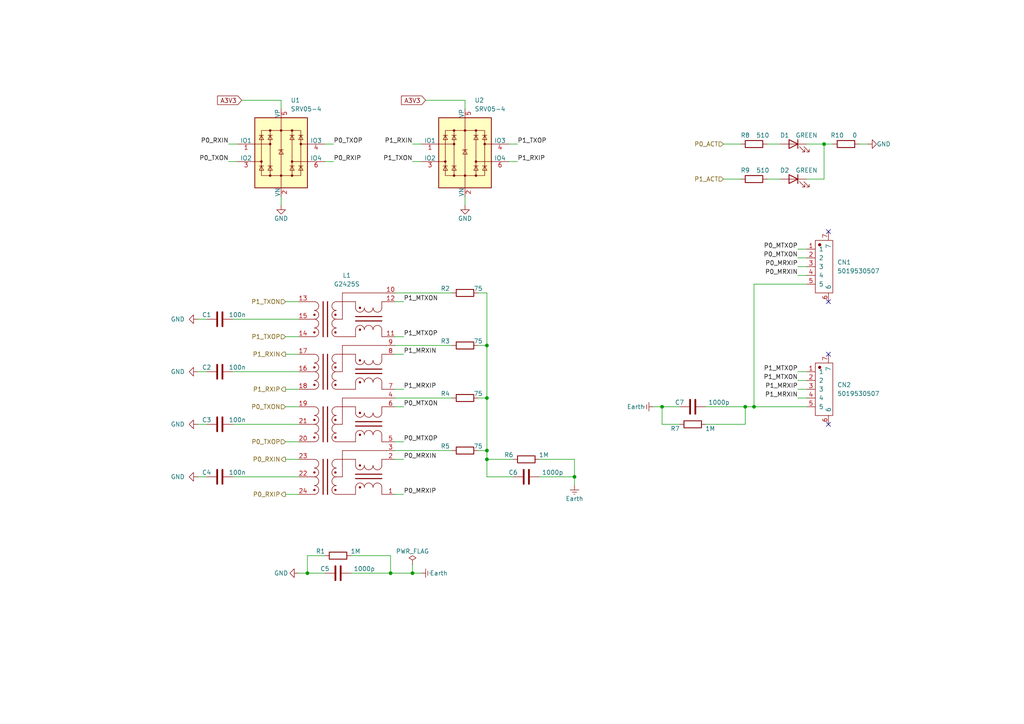
<source format=kicad_sch>
(kicad_sch (version 20230121) (generator eeschema)
  (paper "A4")
  (lib_symbols
    (symbol "Device:C" (pin_numbers hide) (pin_names (offset 0.254))
      (property "Reference" "C" (at 0.635 2.54 0))
      (property "Value" "C" (at 0.635 -2.54 0))
      (symbol "C_0_1"
        (polyline (pts (xy -2.032 -0.762) (xy 2.032 -0.762)) (stroke (width 0.508)))
        (polyline (pts (xy -2.032 0.762) (xy 2.032 0.762)) (stroke (width 0.508)))
      )
      (symbol "C_1_1"
        (pin passive line (at 0 3.81 270) (length 2.794) (name "~") (number "1"))
        (pin passive line (at 0 -3.81 90) (length 2.794) (name "~") (number "2"))
      )
    )
    (symbol "Device:LED" (pin_numbers hide) (pin_names (offset 1.016) hide)
      (property "Reference" "D" (at 0 2.54 0))
      (property "Value" "LED" (at 0 -2.54 0))
      (symbol "LED_0_1"
        (polyline (pts (xy -1.27 -1.27) (xy -1.27 1.27)) (stroke (width 0.254)))
        (polyline (pts (xy -1.27 0) (xy 1.27 0)))
        (polyline (pts (xy 1.27 -1.27) (xy 1.27 1.27) (xy -1.27 0) (xy 1.27 -1.27)) (stroke (width 0.254)))
        (polyline (pts (xy -3.048 -0.762) (xy -4.572 -2.286) (xy -3.81 -2.286) (xy -4.572 -2.286) (xy -4.572 -1.524)))
        (polyline (pts (xy -1.778 -0.762) (xy -3.302 -2.286) (xy -2.54 -2.286) (xy -3.302 -2.286) (xy -3.302 -1.524)))
      )
      (symbol "LED_1_1"
        (pin passive line (at -3.81 0 0) (length 2.54) (name "K") (number "1"))
        (pin passive line (at 3.81 0 180) (length 2.54) (name "A") (number "2"))
      )
    )
    (symbol "Device:R" (pin_numbers hide) (pin_names (offset 0))
      (property "Reference" "R" (at 2.032 0 90))
      (property "Value" "R" (at 0 0 90))
      (symbol "R_0_1"
        (rectangle (start -1.016 -2.54) (end 1.016 2.54) (stroke (width 0.254)))
      )
      (symbol "R_1_1"
        (pin passive line (at 0 3.81 270) (length 1.27) (name "~") (number "1"))
        (pin passive line (at 0 -3.81 90) (length 1.27) (name "~") (number "2"))
      )
    )
    (symbol "ECAT:5019530507" (pin_names (offset 1.016))
      (property "Reference" "CN" (at 0 12.954 0))
      (property "Value" "5019530507" (at 0 18.034 0))
      (symbol "5019530507_1_1"
        (rectangle (start -2.54 7.62) (end 2.54 -7.62) (stroke (width 0.1524)))
        (circle (center -1.27 6.35) (radius 0.381) (stroke (width 0.1524)) (fill (type outline)))
        (pin passive line (at -5.08 5.08 0) (length 2.54) (name "1") (number "1"))
        (pin passive line (at -5.08 2.54 0) (length 2.54) (name "2") (number "2"))
        (pin passive line (at -5.08 0 0) (length 2.54) (name "3") (number "3"))
        (pin passive line (at -5.08 -2.54 0) (length 2.54) (name "4") (number "4"))
        (pin passive line (at -5.08 -5.08 0) (length 2.54) (name "5") (number "5"))
        (pin passive line (at 1.27 -10.16 90) (length 2.54) (name "6") (number "6"))
        (pin passive line (at 1.27 10.16 270) (length 2.54) (name "7") (number "7"))
      )
    )
    (symbol "ECAT:G2425S" (pin_names (offset 1.016) hide)
      (property "Reference" "L" (at 0 35.687 0))
      (property "Value" "G2425S" (at 0 40.767 0))
      (symbol "G2425S_1_1"
        (arc (start -11.43 -17.272) (mid -10.16 -18.5365) (end -8.89 -17.272) (stroke (width 0.1524)))
        (arc (start -11.43 -2.032) (mid -10.16 -3.2965) (end -8.89 -2.032) (stroke (width 0.1524)))
        (arc (start -11.43 13.208) (mid -10.16 11.9435) (end -8.89 13.208) (stroke (width 0.1524)))
        (arc (start -11.43 28.448) (mid -10.16 27.1835) (end -8.89 28.448) (stroke (width 0.1524)))
        (arc (start -8.89 -23.622) (mid -10.16 -22.3575) (end -11.43 -23.622) (stroke (width 0.1524)))
        (arc (start -8.89 -17.272) (mid -7.62 -18.5365) (end -6.35 -17.272) (stroke (width 0.1524)))
        (arc (start -8.89 -8.382) (mid -10.16 -7.1175) (end -11.43 -8.382) (stroke (width 0.1524)))
        (arc (start -8.89 -2.032) (mid -7.62 -3.2965) (end -6.35 -2.032) (stroke (width 0.1524)))
        (arc (start -8.89 6.858) (mid -10.16 8.1225) (end -11.43 6.858) (stroke (width 0.1524)))
        (arc (start -8.89 13.208) (mid -7.62 11.9435) (end -6.35 13.208) (stroke (width 0.1524)))
        (arc (start -8.89 22.098) (mid -10.16 23.3625) (end -11.43 22.098) (stroke (width 0.1524)))
        (arc (start -8.89 28.448) (mid -7.62 27.1835) (end -6.35 28.448) (stroke (width 0.1524)))
        (arc (start -6.35 -23.622) (mid -7.62 -22.3575) (end -8.89 -23.622) (stroke (width 0.1524)))
        (arc (start -6.35 -17.272) (mid -5.08 -18.5365) (end -3.81 -17.272) (stroke (width 0.1524)))
        (arc (start -6.35 -8.382) (mid -7.62 -7.1175) (end -8.89 -8.382) (stroke (width 0.1524)))
        (arc (start -6.35 -2.032) (mid -5.08 -3.2965) (end -3.81 -2.032) (stroke (width 0.1524)))
        (arc (start -6.35 6.858) (mid -7.62 8.1225) (end -8.89 6.858) (stroke (width 0.1524)))
        (arc (start -6.35 13.208) (mid -5.08 11.9435) (end -3.81 13.208) (stroke (width 0.1524)))
        (arc (start -6.35 22.098) (mid -7.62 23.3625) (end -8.89 22.098) (stroke (width 0.1524)))
        (arc (start -6.35 28.448) (mid -5.08 27.1835) (end -3.81 28.448) (stroke (width 0.1524)))
        (circle (center -5.08 -23.622) (radius 0.254) (stroke (width 0.1524)) (fill (type outline)))
        (circle (center -5.08 -17.272) (radius 0.254) (stroke (width 0.1524)) (fill (type outline)))
        (circle (center -5.08 -8.382) (radius 0.254) (stroke (width 0.1524)) (fill (type outline)))
        (circle (center -5.08 -2.032) (radius 0.254) (stroke (width 0.1524)) (fill (type outline)))
        (circle (center -5.08 6.858) (radius 0.254) (stroke (width 0.1524)) (fill (type outline)))
        (circle (center -5.08 13.208) (radius 0.254) (stroke (width 0.1524)) (fill (type outline)))
        (circle (center -5.08 22.098) (radius 0.254) (stroke (width 0.1524)) (fill (type outline)))
        (circle (center -5.08 28.448) (radius 0.254) (stroke (width 0.1524)) (fill (type outline)))
        (arc (start -3.81 -23.622) (mid -5.08 -22.3575) (end -6.35 -23.622) (stroke (width 0.1524)))
        (arc (start -3.81 -8.382) (mid -5.08 -7.1175) (end -6.35 -8.382) (stroke (width 0.1524)))
        (arc (start -3.81 6.858) (mid -5.08 8.1225) (end -6.35 6.858) (stroke (width 0.1524)))
        (arc (start -3.81 22.098) (mid -5.08 23.3625) (end -6.35 22.098) (stroke (width 0.1524)))
        (polyline (pts (xy -11.43 -25.4) (xy -12.7 -25.4)) (stroke (width 0.1524)))
        (polyline (pts (xy -11.43 -23.622) (xy -11.43 -25.4)) (stroke (width 0.1524)))
        (polyline (pts (xy -11.43 -17.272) (xy -11.43 -15.24)) (stroke (width 0.1524)))
        (polyline (pts (xy -11.43 -15.24) (xy -12.7 -15.24)) (stroke (width 0.1524)))
        (polyline (pts (xy -11.43 -10.16) (xy -12.7 -10.16)) (stroke (width 0.1524)))
        (polyline (pts (xy -11.43 -8.382) (xy -11.43 -10.16)) (stroke (width 0.1524)))
        (polyline (pts (xy -11.43 -2.032) (xy -11.43 0)) (stroke (width 0.1524)))
        (polyline (pts (xy -11.43 0) (xy -12.7 0)) (stroke (width 0.1524)))
        (polyline (pts (xy -11.43 5.08) (xy -12.7 5.08)) (stroke (width 0.1524)))
        (polyline (pts (xy -11.43 6.858) (xy -11.43 5.08)) (stroke (width 0.1524)))
        (polyline (pts (xy -11.43 13.208) (xy -11.43 15.24)) (stroke (width 0.1524)))
        (polyline (pts (xy -11.43 15.24) (xy -12.7 15.24)) (stroke (width 0.1524)))
        (polyline (pts (xy -11.43 20.32) (xy -12.7 20.32)) (stroke (width 0.1524)))
        (polyline (pts (xy -11.43 22.098) (xy -11.43 20.32)) (stroke (width 0.1524)))
        (polyline (pts (xy -11.43 28.448) (xy -11.43 30.48)) (stroke (width 0.1524)))
        (polyline (pts (xy -11.43 30.48) (xy -12.7 30.48)) (stroke (width 0.1524)))
        (polyline (pts (xy -3.81 -25.4) (xy -3.81 -23.622)) (stroke (width 0.1524)))
        (polyline (pts (xy -3.81 -21.082) (xy -11.43 -21.082)) (stroke (width 0.3048)))
        (polyline (pts (xy -3.81 -19.812) (xy -11.43 -19.812)) (stroke (width 0.3048)))
        (polyline (pts (xy -3.81 -15.24) (xy -3.81 -17.272)) (stroke (width 0.1524)))
        (polyline (pts (xy -3.81 -15.24) (xy 1.778 -15.24)) (stroke (width 0.1524)))
        (polyline (pts (xy -3.81 -10.16) (xy -3.81 -8.382)) (stroke (width 0.1524)))
        (polyline (pts (xy -3.81 -5.842) (xy -11.43 -5.842)) (stroke (width 0.3048)))
        (polyline (pts (xy -3.81 -4.572) (xy -11.43 -4.572)) (stroke (width 0.3048)))
        (polyline (pts (xy -3.81 0) (xy -3.81 -2.032)) (stroke (width 0.1524)))
        (polyline (pts (xy -3.81 0) (xy 1.778 0)) (stroke (width 0.1524)))
        (polyline (pts (xy -3.81 5.08) (xy -3.81 6.858)) (stroke (width 0.1524)))
        (polyline (pts (xy -3.81 9.398) (xy -11.43 9.398)) (stroke (width 0.3048)))
        (polyline (pts (xy -3.81 10.668) (xy -11.43 10.668)) (stroke (width 0.3048)))
        (polyline (pts (xy -3.81 15.24) (xy -3.81 13.208)) (stroke (width 0.1524)))
        (polyline (pts (xy -3.81 15.24) (xy 1.778 15.24)) (stroke (width 0.1524)))
        (polyline (pts (xy -3.81 20.32) (xy -3.81 22.098)) (stroke (width 0.1524)))
        (polyline (pts (xy -3.81 24.638) (xy -11.43 24.638)) (stroke (width 0.3048)))
        (polyline (pts (xy -3.81 25.908) (xy -11.43 25.908)) (stroke (width 0.3048)))
        (polyline (pts (xy -3.81 30.48) (xy -3.81 28.448)) (stroke (width 0.1524)))
        (polyline (pts (xy -3.81 30.48) (xy 1.778 30.48)) (stroke (width 0.1524)))
        (polyline (pts (xy 0 -27.94) (xy -12.7 -27.94)) (stroke (width 0.1524)))
        (polyline (pts (xy 0 -20.32) (xy 0 -27.94)) (stroke (width 0.1524)))
        (polyline (pts (xy 0 -12.7) (xy -12.7 -12.7)) (stroke (width 0.1524)))
        (polyline (pts (xy 0 -5.08) (xy 0 -12.7)) (stroke (width 0.1524)))
        (polyline (pts (xy 0 2.54) (xy -12.7 2.54)) (stroke (width 0.1524)))
        (polyline (pts (xy 0 10.16) (xy 0 2.54)) (stroke (width 0.1524)))
        (polyline (pts (xy 0 17.78) (xy -12.7 17.78)) (stroke (width 0.1524)))
        (polyline (pts (xy 0 25.4) (xy 0 17.78)) (stroke (width 0.1524)))
        (polyline (pts (xy 1.778 -25.4) (xy -3.81 -25.4)) (stroke (width 0.1524)))
        (polyline (pts (xy 1.778 -20.32) (xy 0 -20.32)) (stroke (width 0.1524)))
        (polyline (pts (xy 1.778 -10.16) (xy -3.81 -10.16)) (stroke (width 0.1524)))
        (polyline (pts (xy 1.778 -5.08) (xy 0 -5.08)) (stroke (width 0.1524)))
        (polyline (pts (xy 1.778 5.08) (xy -3.81 5.08)) (stroke (width 0.1524)))
        (polyline (pts (xy 1.778 10.16) (xy 0 10.16)) (stroke (width 0.1524)))
        (polyline (pts (xy 1.778 20.32) (xy -3.81 20.32)) (stroke (width 0.1524)))
        (polyline (pts (xy 1.778 25.4) (xy 0 25.4)) (stroke (width 0.1524)))
        (polyline (pts (xy 4.318 -25.4) (xy 4.318 -15.24)) (stroke (width 0.3048)))
        (polyline (pts (xy 4.318 -10.16) (xy 4.318 0)) (stroke (width 0.3048)))
        (polyline (pts (xy 4.318 5.08) (xy 4.318 15.24)) (stroke (width 0.3048)))
        (polyline (pts (xy 4.318 20.32) (xy 4.318 30.48)) (stroke (width 0.3048)))
        (polyline (pts (xy 5.588 -25.4) (xy 5.588 -15.24)) (stroke (width 0.3048)))
        (polyline (pts (xy 5.588 -10.16) (xy 5.588 0)) (stroke (width 0.3048)))
        (polyline (pts (xy 5.588 5.08) (xy 5.588 15.24)) (stroke (width 0.3048)))
        (polyline (pts (xy 5.588 20.32) (xy 5.588 30.48)) (stroke (width 0.3048)))
        (polyline (pts (xy 10.16 -25.4) (xy 8.128 -25.4)) (stroke (width 0.1524)))
        (polyline (pts (xy 10.16 -20.32) (xy 8.128 -20.32)) (stroke (width 0.1524)))
        (polyline (pts (xy 10.16 -15.24) (xy 8.128 -15.24)) (stroke (width 0.1524)))
        (polyline (pts (xy 10.16 -10.16) (xy 8.128 -10.16)) (stroke (width 0.1524)))
        (polyline (pts (xy 10.16 -5.08) (xy 8.128 -5.08)) (stroke (width 0.1524)))
        (polyline (pts (xy 10.16 0) (xy 8.128 0)) (stroke (width 0.1524)))
        (polyline (pts (xy 10.16 5.08) (xy 8.128 5.08)) (stroke (width 0.1524)))
        (polyline (pts (xy 10.16 10.16) (xy 8.128 10.16)) (stroke (width 0.1524)))
        (polyline (pts (xy 10.16 15.24) (xy 8.128 15.24)) (stroke (width 0.1524)))
        (polyline (pts (xy 10.16 20.32) (xy 8.128 20.32)) (stroke (width 0.1524)))
        (polyline (pts (xy 10.16 25.4) (xy 8.128 25.4)) (stroke (width 0.1524)))
        (polyline (pts (xy 10.16 30.48) (xy 8.128 30.48)) (stroke (width 0.1524)))
        (arc (start 1.778 -25.4) (mid 3.0425 -24.13) (end 1.778 -22.86) (stroke (width 0.1524)))
        (arc (start 1.778 -22.86) (mid 3.0425 -21.59) (end 1.778 -20.32) (stroke (width 0.1524)))
        (arc (start 1.778 -20.32) (mid 3.0425 -19.05) (end 1.778 -17.78) (stroke (width 0.1524)))
        (arc (start 1.778 -17.78) (mid 3.0425 -16.51) (end 1.778 -15.24) (stroke (width 0.1524)))
        (arc (start 1.778 -10.16) (mid 3.0425 -8.89) (end 1.778 -7.62) (stroke (width 0.1524)))
        (arc (start 1.778 -7.62) (mid 3.0425 -6.35) (end 1.778 -5.08) (stroke (width 0.1524)))
        (arc (start 1.778 -5.08) (mid 3.0425 -3.81) (end 1.778 -2.54) (stroke (width 0.1524)))
        (arc (start 1.778 -2.54) (mid 3.0425 -1.27) (end 1.778 0) (stroke (width 0.1524)))
        (arc (start 1.778 5.08) (mid 3.0425 6.35) (end 1.778 7.62) (stroke (width 0.1524)))
        (arc (start 1.778 7.62) (mid 3.0425 8.89) (end 1.778 10.16) (stroke (width 0.1524)))
        (arc (start 1.778 10.16) (mid 3.0425 11.43) (end 1.778 12.7) (stroke (width 0.1524)))
        (arc (start 1.778 12.7) (mid 3.0425 13.97) (end 1.778 15.24) (stroke (width 0.1524)))
        (arc (start 1.778 20.32) (mid 3.0425 21.59) (end 1.778 22.86) (stroke (width 0.1524)))
        (arc (start 1.778 22.86) (mid 3.0425 24.13) (end 1.778 25.4) (stroke (width 0.1524)))
        (arc (start 1.778 25.4) (mid 3.0425 26.67) (end 1.778 27.94) (stroke (width 0.1524)))
        (arc (start 1.778 27.94) (mid 3.0425 29.21) (end 1.778 30.48) (stroke (width 0.1524)))
        (circle (center 2.032 -21.59) (radius 0.254) (stroke (width 0.1524)) (fill (type outline)))
        (circle (center 2.032 -16.51) (radius 0.254) (stroke (width 0.1524)) (fill (type outline)))
        (circle (center 2.032 -6.35) (radius 0.254) (stroke (width 0.1524)) (fill (type outline)))
        (circle (center 2.032 -1.27) (radius 0.254) (stroke (width 0.1524)) (fill (type outline)))
        (circle (center 2.032 8.89) (radius 0.254) (stroke (width 0.1524)) (fill (type outline)))
        (circle (center 2.032 13.97) (radius 0.254) (stroke (width 0.1524)) (fill (type outline)))
        (circle (center 2.032 24.13) (radius 0.254) (stroke (width 0.1524)) (fill (type outline)))
        (circle (center 2.032 29.21) (radius 0.254) (stroke (width 0.1524)) (fill (type outline)))
        (arc (start 8.128 -22.86) (mid 6.8635 -24.13) (end 8.128 -25.4) (stroke (width 0.1524)))
        (circle (center 8.128 -21.59) (radius 0.254) (stroke (width 0.1524)) (fill (type outline)))
        (arc (start 8.128 -20.32) (mid 6.8635 -21.59) (end 8.128 -22.86) (stroke (width 0.1524)))
        (arc (start 8.128 -17.78) (mid 6.8635 -19.05) (end 8.128 -20.32) (stroke (width 0.1524)))
        (circle (center 8.128 -16.51) (radius 0.254) (stroke (width 0.1524)) (fill (type outline)))
        (arc (start 8.128 -15.24) (mid 6.8635 -16.51) (end 8.128 -17.78) (stroke (width 0.1524)))
        (arc (start 8.128 -7.62) (mid 6.8635 -8.89) (end 8.128 -10.16) (stroke (width 0.1524)))
        (circle (center 8.128 -6.35) (radius 0.254) (stroke (width 0.1524)) (fill (type outline)))
        (arc (start 8.128 -5.08) (mid 6.8635 -6.35) (end 8.128 -7.62) (stroke (width 0.1524)))
        (arc (start 8.128 -2.54) (mid 6.8635 -3.81) (end 8.128 -5.08) (stroke (width 0.1524)))
        (circle (center 8.128 -1.27) (radius 0.254) (stroke (width 0.1524)) (fill (type outline)))
        (arc (start 8.128 0) (mid 6.8635 -1.27) (end 8.128 -2.54) (stroke (width 0.1524)))
        (arc (start 8.128 7.62) (mid 6.8635 6.35) (end 8.128 5.08) (stroke (width 0.1524)))
        (circle (center 8.128 8.89) (radius 0.254) (stroke (width 0.1524)) (fill (type outline)))
        (arc (start 8.128 10.16) (mid 6.8635 8.89) (end 8.128 7.62) (stroke (width 0.1524)))
        (arc (start 8.128 12.7) (mid 6.8635 11.43) (end 8.128 10.16) (stroke (width 0.1524)))
        (circle (center 8.128 13.97) (radius 0.254) (stroke (width 0.1524)) (fill (type outline)))
        (arc (start 8.128 15.24) (mid 6.8635 13.97) (end 8.128 12.7) (stroke (width 0.1524)))
        (arc (start 8.128 22.86) (mid 6.8635 21.59) (end 8.128 20.32) (stroke (width 0.1524)))
        (circle (center 8.128 24.13) (radius 0.254) (stroke (width 0.1524)) (fill (type outline)))
        (arc (start 8.128 25.4) (mid 6.8635 24.13) (end 8.128 22.86) (stroke (width 0.1524)))
        (arc (start 8.128 27.94) (mid 6.8635 26.67) (end 8.128 25.4) (stroke (width 0.1524)))
        (circle (center 8.128 29.21) (radius 0.254) (stroke (width 0.1524)) (fill (type outline)))
        (arc (start 8.128 30.48) (mid 6.8635 29.21) (end 8.128 27.94) (stroke (width 0.1524)))
        (pin input line (at -15.24 30.48 0) (length 2.54) (name "1") (number "1"))
        (pin input line (at -15.24 -27.94 0) (length 2.54) (name "10") (number "10"))
        (pin input line (at -15.24 -15.24 0) (length 2.54) (name "11") (number "11"))
        (pin input line (at -15.24 -25.4 0) (length 2.54) (name "12") (number "12"))
        (pin input line (at 12.7 -25.4 180) (length 2.54) (name "13") (number "13"))
        (pin input line (at 12.7 -15.24 180) (length 2.54) (name "14") (number "14"))
        (pin input line (at 12.7 -20.32 180) (length 2.54) (name "15") (number "15"))
        (pin input line (at 12.7 -5.08 180) (length 2.54) (name "16") (number "16"))
        (pin input line (at 12.7 -10.16 180) (length 2.54) (name "17") (number "17"))
        (pin input line (at 12.7 0 180) (length 2.54) (name "18") (number "18"))
        (pin input line (at 12.7 5.08 180) (length 2.54) (name "19") (number "19"))
        (pin input line (at -15.24 20.32 0) (length 2.54) (name "2") (number "2"))
        (pin input line (at 12.7 15.24 180) (length 2.54) (name "20") (number "20"))
        (pin input line (at 12.7 10.16 180) (length 2.54) (name "21") (number "21"))
        (pin input line (at 12.7 25.4 180) (length 2.54) (name "22") (number "22"))
        (pin input line (at 12.7 20.32 180) (length 2.54) (name "23") (number "23"))
        (pin input line (at 12.7 30.48 180) (length 2.54) (name "24") (number "24"))
        (pin input line (at -15.24 17.78 0) (length 2.54) (name "3") (number "3"))
        (pin input line (at -15.24 2.54 0) (length 2.54) (name "4") (number "4"))
        (pin input line (at -15.24 15.24 0) (length 2.54) (name "5") (number "5"))
        (pin input line (at -15.24 5.08 0) (length 2.54) (name "6") (number "6"))
        (pin input line (at -15.24 0 0) (length 2.54) (name "7") (number "7"))
        (pin input line (at -15.24 -10.16 0) (length 2.54) (name "8") (number "8"))
        (pin input line (at -15.24 -12.7 0) (length 2.54) (name "9") (number "9"))
      )
    )
    (symbol "Power_Protection:SRV05-4" (pin_names (offset 0))
      (property "Reference" "U" (at -5.08 11.43 0))
      (property "Value" "SRV05-4" (at 2.54 11.43 0))
      (symbol "SRV05-4_0_0"
        (rectangle (start -5.715 6.477) (end 5.715 -6.604))
        (polyline (pts (xy -3.175 -6.604) (xy -3.175 6.477)))
        (polyline (pts (xy 3.175 6.477) (xy 3.175 -6.604)))
      )
      (symbol "SRV05-4_0_1"
        (rectangle (start -7.62 10.16) (end 7.62 -10.16) (stroke (width 0.254)) (fill (type background)))
        (circle (center -5.715 -2.54) (radius 0.2794) (fill (type outline)))
        (circle (center -3.175 -6.604) (radius 0.2794) (fill (type outline)))
        (circle (center -3.175 2.54) (radius 0.2794) (fill (type outline)))
        (circle (center -3.175 6.477) (radius 0.2794) (fill (type outline)))
        (circle (center 0 -6.604) (radius 0.2794) (fill (type outline)))
        (polyline (pts (xy -7.747 2.54) (xy -3.175 2.54)))
        (polyline (pts (xy -7.62 -2.54) (xy -5.715 -2.54)))
        (polyline (pts (xy -5.08 -3.81) (xy -6.35 -3.81)))
        (polyline (pts (xy -5.08 5.08) (xy -6.35 5.08)))
        (polyline (pts (xy -2.54 -3.81) (xy -3.81 -3.81)))
        (polyline (pts (xy -2.54 5.08) (xy -3.81 5.08)))
        (polyline (pts (xy 0 10.16) (xy 0 -10.16)))
        (polyline (pts (xy 3.81 -3.81) (xy 2.54 -3.81)))
        (polyline (pts (xy 3.81 5.08) (xy 2.54 5.08)))
        (polyline (pts (xy 6.35 -3.81) (xy 5.08 -3.81)))
        (polyline (pts (xy 6.35 5.08) (xy 5.08 5.08)))
        (polyline (pts (xy 7.62 -2.54) (xy 3.175 -2.54)))
        (polyline (pts (xy 7.62 2.54) (xy 5.715 2.54)))
        (polyline (pts (xy 0.635 0.889) (xy -0.635 0.889) (xy -0.635 0.635)))
        (polyline (pts (xy -5.08 -5.08) (xy -6.35 -5.08) (xy -5.715 -3.81) (xy -5.08 -5.08)))
        (polyline (pts (xy -5.08 3.81) (xy -6.35 3.81) (xy -5.715 5.08) (xy -5.08 3.81)))
        (polyline (pts (xy -2.54 -5.08) (xy -3.81 -5.08) (xy -3.175 -3.81) (xy -2.54 -5.08)))
        (polyline (pts (xy -2.54 3.81) (xy -3.81 3.81) (xy -3.175 5.08) (xy -2.54 3.81)))
        (polyline (pts (xy 0.635 -0.381) (xy -0.635 -0.381) (xy 0 0.889) (xy 0.635 -0.381)))
        (polyline (pts (xy 3.81 -5.08) (xy 2.54 -5.08) (xy 3.175 -3.81) (xy 3.81 -5.08)))
        (polyline (pts (xy 3.81 3.81) (xy 2.54 3.81) (xy 3.175 5.08) (xy 3.81 3.81)))
        (polyline (pts (xy 6.35 -5.08) (xy 5.08 -5.08) (xy 5.715 -3.81) (xy 6.35 -5.08)))
        (polyline (pts (xy 6.35 3.81) (xy 5.08 3.81) (xy 5.715 5.08) (xy 6.35 3.81)))
        (circle (center 0 6.477) (radius 0.2794) (fill (type outline)))
        (circle (center 3.175 -6.604) (radius 0.2794) (fill (type outline)))
        (circle (center 3.175 -2.54) (radius 0.2794) (fill (type outline)))
        (circle (center 3.175 6.477) (radius 0.2794) (fill (type outline)))
        (circle (center 5.715 2.54) (radius 0.2794) (fill (type outline)))
      )
      (symbol "SRV05-4_1_1"
        (pin passive line (at -12.7 2.54 0) (length 5.08) (name "IO1") (number "1"))
        (pin passive line (at 0 -12.7 90) (length 2.54) (name "VN") (number "2"))
        (pin passive line (at -12.7 -2.54 0) (length 5.08) (name "IO2") (number "3"))
        (pin passive line (at 12.7 2.54 180) (length 5.08) (name "IO3") (number "4"))
        (pin passive line (at 0 12.7 270) (length 2.54) (name "VP") (number "5"))
        (pin passive line (at 12.7 -2.54 180) (length 5.08) (name "IO4") (number "6"))
      )
    )
    (symbol "power:Earth" (power) (pin_names (offset 0))
      (symbol "Earth_0_1"
        (polyline (pts (xy -0.635 -1.905) (xy 0.635 -1.905)))
        (polyline (pts (xy -0.127 -2.54) (xy 0.127 -2.54)))
        (polyline (pts (xy 0 -1.27) (xy 0 0)))
        (polyline (pts (xy 1.27 -1.27) (xy -1.27 -1.27)))
      )
      (symbol "Earth_1_1"
        (pin power_in line (at 0 0 270) (length 0) hide (name "Earth") (number "1"))
      )
    )
    (symbol "power:GND" (power) (pin_names (offset 0))
      (property "Value" "GND" (at 0 -3.81 0))
      (symbol "GND_0_1"
        (polyline (pts (xy 0 0) (xy 0 -1.27) (xy 1.27 -1.27) (xy 0 -2.54) (xy -1.27 -1.27) (xy 0 -1.27)))
      )
      (symbol "GND_1_1"
        (pin power_in line (at 0 0 270) (length 0) hide (name "GND") (number "1"))
      )
    )
    (symbol "power:PWR_FLAG" (power) (pin_numbers hide) (pin_names (offset 0) hide)
      (property "Value" "PWR_FLAG" (at 0 3.81 0))
      (symbol "PWR_FLAG_0_0"
        (pin power_out line (at 0 0 90) (length 0) (name "pwr") (number "1"))
      )
      (symbol "PWR_FLAG_0_1"
        (polyline (pts (xy 0 0) (xy 0 1.27) (xy -1.016 1.905) (xy 0 2.54) (xy 1.016 1.905) (xy 0 1.27)))
      )
    )
  )
  (junction (at 141.224 100.203))
  (junction (at 192.024 117.983))
  (junction (at 113.284 166.243))
  (junction (at 119.634 166.243))
  (junction (at 141.224 115.443))
  (junction (at 141.224 130.683))
  (junction (at 218.694 117.983))
  (junction (at 216.154 117.983))
  (junction (at 141.224 133.223))
  (junction (at 166.624 138.303))
  (junction (at 239.014 41.783))
  (junction (at 89.154 166.243))
  (no_connect (at 240.284 123.063))
  (no_connect (at 240.284 87.503))
  (no_connect (at 240.284 67.183))
  (no_connect (at 240.284 102.743))
  (wire (pts (xy 114.554 115.443) (xy 131.064 115.443)))
  (wire (pts (xy 82.804 133.223) (xy 86.614 133.223)))
  (wire (pts (xy 123.444 29.083) (xy 134.874 29.083)))
  (wire (pts (xy 134.874 57.023) (xy 134.874 59.563)))
  (wire (pts (xy 114.554 100.203) (xy 131.064 100.203)))
  (wire (pts (xy 67.564 92.583) (xy 86.614 92.583)))
  (wire (pts (xy 192.024 117.983) (xy 197.104 117.983)))
  (wire (pts (xy 141.224 130.683) (xy 141.224 133.223)))
  (wire (pts (xy 233.934 51.943) (xy 239.014 51.943)))
  (wire (pts (xy 94.234 41.783) (xy 96.774 41.783)))
  (wire (pts (xy 57.404 107.823) (xy 59.944 107.823)))
  (wire (pts (xy 197.104 123.063) (xy 192.024 123.063)))
  (wire (pts (xy 156.464 138.303) (xy 166.624 138.303)))
  (wire (pts (xy 241.554 41.783) (xy 239.014 41.783)))
  (wire (pts (xy 166.624 138.303) (xy 166.624 140.843)))
  (wire (pts (xy 204.724 123.063) (xy 216.154 123.063)))
  (wire (pts (xy 114.554 130.683) (xy 131.064 130.683)))
  (wire (pts (xy 89.154 166.243) (xy 86.614 166.243)))
  (wire (pts (xy 233.934 82.423) (xy 218.694 82.423)))
  (wire (pts (xy 66.294 46.863) (xy 68.834 46.863)))
  (wire (pts (xy 117.094 133.223) (xy 114.554 133.223)))
  (wire (pts (xy 147.574 46.863) (xy 150.114 46.863)))
  (wire (pts (xy 231.394 72.263) (xy 233.934 72.263)))
  (wire (pts (xy 119.634 163.703) (xy 119.634 166.243)))
  (wire (pts (xy 57.404 92.583) (xy 59.944 92.583)))
  (wire (pts (xy 231.394 115.443) (xy 233.934 115.443)))
  (wire (pts (xy 141.224 133.223) (xy 141.224 138.303)))
  (wire (pts (xy 231.394 74.803) (xy 233.934 74.803)))
  (wire (pts (xy 82.804 87.503) (xy 86.614 87.503)))
  (wire (pts (xy 117.094 112.903) (xy 114.554 112.903)))
  (wire (pts (xy 141.224 133.223) (xy 148.844 133.223)))
  (wire (pts (xy 222.504 41.783) (xy 226.314 41.783)))
  (wire (pts (xy 239.014 41.783) (xy 239.014 51.943)))
  (wire (pts (xy 166.624 133.223) (xy 166.624 138.303)))
  (wire (pts (xy 67.564 107.823) (xy 86.614 107.823)))
  (wire (pts (xy 117.094 102.743) (xy 114.554 102.743)))
  (wire (pts (xy 216.154 123.063) (xy 216.154 117.983)))
  (wire (pts (xy 138.684 115.443) (xy 141.224 115.443)))
  (wire (pts (xy 117.094 143.383) (xy 114.554 143.383)))
  (wire (pts (xy 231.394 77.343) (xy 233.934 77.343)))
  (wire (pts (xy 204.724 117.983) (xy 216.154 117.983)))
  (wire (pts (xy 119.634 41.783) (xy 122.174 41.783)))
  (wire (pts (xy 82.804 128.143) (xy 86.614 128.143)))
  (wire (pts (xy 222.504 51.943) (xy 226.314 51.943)))
  (wire (pts (xy 233.934 41.783) (xy 239.014 41.783)))
  (wire (pts (xy 117.094 128.143) (xy 114.554 128.143)))
  (wire (pts (xy 94.234 46.863) (xy 96.774 46.863)))
  (wire (pts (xy 119.634 46.863) (xy 122.174 46.863)))
  (wire (pts (xy 117.094 117.983) (xy 114.554 117.983)))
  (wire (pts (xy 141.224 100.203) (xy 141.224 115.443)))
  (wire (pts (xy 218.694 82.423) (xy 218.694 117.983)))
  (wire (pts (xy 231.394 79.883) (xy 233.934 79.883)))
  (wire (pts (xy 117.094 97.663) (xy 114.554 97.663)))
  (wire (pts (xy 138.684 100.203) (xy 141.224 100.203)))
  (wire (pts (xy 216.154 117.983) (xy 218.694 117.983)))
  (wire (pts (xy 82.804 102.743) (xy 86.614 102.743)))
  (wire (pts (xy 141.224 138.303) (xy 148.844 138.303)))
  (wire (pts (xy 67.564 123.063) (xy 86.614 123.063)))
  (wire (pts (xy 81.534 29.083) (xy 81.534 31.623)))
  (wire (pts (xy 249.174 41.783) (xy 251.714 41.783)))
  (wire (pts (xy 117.094 87.503) (xy 114.554 87.503)))
  (wire (pts (xy 141.224 84.963) (xy 141.224 100.203)))
  (wire (pts (xy 192.024 123.063) (xy 192.024 117.983)))
  (wire (pts (xy 134.874 29.083) (xy 134.874 31.623)))
  (wire (pts (xy 156.464 133.223) (xy 166.624 133.223)))
  (wire (pts (xy 89.154 161.163) (xy 89.154 166.243)))
  (wire (pts (xy 231.394 110.363) (xy 233.934 110.363)))
  (wire (pts (xy 70.104 29.083) (xy 81.534 29.083)))
  (wire (pts (xy 82.804 117.983) (xy 86.614 117.983)))
  (wire (pts (xy 94.234 161.163) (xy 89.154 161.163)))
  (wire (pts (xy 82.804 143.383) (xy 86.614 143.383)))
  (wire (pts (xy 113.284 166.243) (xy 119.634 166.243)))
  (wire (pts (xy 209.804 41.783) (xy 214.884 41.783)))
  (wire (pts (xy 101.854 166.243) (xy 113.284 166.243)))
  (wire (pts (xy 114.554 84.963) (xy 131.064 84.963)))
  (wire (pts (xy 101.854 161.163) (xy 113.284 161.163)))
  (wire (pts (xy 138.684 84.963) (xy 141.224 84.963)))
  (wire (pts (xy 82.804 112.903) (xy 86.614 112.903)))
  (wire (pts (xy 57.404 123.063) (xy 59.944 123.063)))
  (wire (pts (xy 147.574 41.783) (xy 150.114 41.783)))
  (wire (pts (xy 141.224 115.443) (xy 141.224 130.683)))
  (wire (pts (xy 67.564 138.303) (xy 86.614 138.303)))
  (wire (pts (xy 81.534 57.023) (xy 81.534 59.563)))
  (wire (pts (xy 57.404 138.303) (xy 59.944 138.303)))
  (wire (pts (xy 113.284 161.163) (xy 113.284 166.243)))
  (wire (pts (xy 66.294 41.783) (xy 68.834 41.783)))
  (wire (pts (xy 231.394 112.903) (xy 233.934 112.903)))
  (wire (pts (xy 192.024 117.983) (xy 189.484 117.983)))
  (wire (pts (xy 138.684 130.683) (xy 141.224 130.683)))
  (wire (pts (xy 89.154 166.243) (xy 94.234 166.243)))
  (wire (pts (xy 231.394 107.823) (xy 233.934 107.823)))
  (wire (pts (xy 209.804 51.943) (xy 214.884 51.943)))
  (wire (pts (xy 82.804 97.663) (xy 86.614 97.663)))
  (wire (pts (xy 119.634 166.243) (xy 122.174 166.243)))
  (wire (pts (xy 218.694 117.983) (xy 233.934 117.983)))
  (label "P1_MRXIP" (at 117.094 112.903 0))
  (label "P0_MTXOP" (at 231.394 72.263 180))
  (label "P1_MTXON" (at 231.394 110.363 180))
  (label "P1_MRXIN" (at 231.394 115.443 180))
  (label "P0_MRXIN" (at 231.394 79.883 180))
  (label "P0_TXOP" (at 96.774 41.783 0))
  (label "P0_MTXOP" (at 117.094 128.143 0))
  (label "P1_MTXON" (at 117.094 87.503 0))
  (label "P1_MTXOP" (at 231.394 107.823 180))
  (label "P1_MRXIP" (at 231.394 112.903 180))
  (label "P0_MTXON" (at 117.094 117.983 0))
  (label "P1_TXOP" (at 150.114 41.783 0))
  (label "P1_MRXIN" (at 117.094 102.743 0))
  (label "P0_MRXIP" (at 117.094 143.383 0))
  (label "P1_MTXOP" (at 117.094 97.663 0))
  (label "P1_TXON" (at 119.634 46.863 180))
  (label "P0_TXON" (at 66.294 46.863 180))
  (label "P0_MRXIP" (at 231.394 77.343 180))
  (label "P1_RXIN" (at 119.634 41.783 180))
  (label "P1_RXIP" (at 150.114 46.863 0))
  (label "P0_MRXIN" (at 117.094 133.223 0))
  (label "P0_RXIN" (at 66.294 41.783 180))
  (label "P0_MTXON" (at 231.394 74.803 180))
  (label "P0_RXIP" (at 96.774 46.863 0))
  (global_label "A3V3" (shape input) (at 123.444 29.083 180) (property "Intersheetrefs" "${INTERSHEET_REFS}" (effects hide)))
  (global_label "A3V3" (shape input) (at 70.104 29.083 180) (property "Intersheetrefs" "${INTERSHEET_REFS}" (effects hide)))
  (hierarchical_label "P1_RXIN" (shape output) (at 82.804 102.743 180))
  (hierarchical_label "P0_ACT" (shape input) (at 209.804 41.783 180))
  (hierarchical_label "P1_RXIP" (shape output) (at 82.804 112.903 180))
  (hierarchical_label "P0_RXIN" (shape output) (at 82.804 133.223 180))
  (hierarchical_label "P1_TXON" (shape input) (at 82.804 87.503 180))
  (hierarchical_label "P1_TXOP" (shape input) (at 82.804 97.663 180))
  (hierarchical_label "P0_TXON" (shape input) (at 82.804 117.983 180))
  (hierarchical_label "P0_TXOP" (shape input) (at 82.804 128.143 180))
  (hierarchical_label "P0_RXIP" (shape output) (at 82.804 143.383 180))
  (hierarchical_label "P1_ACT" (shape input) (at 209.804 51.943 180))
  (symbol (lib_id "Device:C") (at 98.044 166.243 90) (unit 1)
    (property "Reference" "C5" (at 94.234 164.973 90))
    (property "Value" "1000p" (at 105.664 164.973 90))
    (property "Footprint" "Capacitor_SMD:C_1206_3216Metric" (effects hide))
    (instances (project "EtherCAT_CONN" (path "" (reference "C5") (unit 1))) (project "connection" (path "" (reference "C207") (unit 1))))
  )
  (symbol (lib_id "power:GND") (at 134.874 59.563 0) (unit 1)
    (property "Reference" "#PWR08" (effects hide))
    (property "Value" "GND" (at 134.874 63.373 0))
    (instances (project "EtherCAT_CONN" (path "" (reference "#PWR08") (unit 1))) (project "connection" (path "" (reference "#PWR0203") (unit 1))))
  )
  (symbol (lib_id "power:GND") (at 81.534 59.563 0) (unit 1)
    (property "Reference" "#PWR05" (effects hide))
    (property "Value" "GND" (at 81.534 63.373 0))
    (instances (project "EtherCAT_CONN" (path "" (reference "#PWR05") (unit 1))) (project "connection" (path "" (reference "#PWR0202") (unit 1))))
  )
  (symbol (lib_id "ECAT:5019530507") (at 239.014 112.903 0) (unit 1)
    (property "Reference" "CN2" (at 242.824 111.6329 0) (effects (justify left)))
    (property "Value" "5019530507" (at 242.824 114.1729 0) (effects (justify left)))
    (property "Footprint" "EXTRA IC:CONN-TH_5019530507" (effects hide))
    (property "SuppliersPartNumber" "C563926" (effects hide))
    (property "uuid" "std:3b7e3205ed74440ebffb368979b46337" (effects hide))
    (instances (project "EtherCAT_CONN" (path "" (reference "CN2") (unit 1))) (project "connection" (path "" (reference "CN202") (unit 1))))
  )
  (symbol (lib_id "Power_Protection:SRV05-4") (at 81.534 44.323 0) (unit 1)
    (property "Reference" "U1" (at 84.3027 29.083 0) (effects (justify left)))
    (property "Value" "SRV05-4" (at 84.3027 31.623 0) (effects (justify left)))
    (property "Footprint" "Package_TO_SOT_SMD:SOT-23-6" (effects hide))
    (property "Datasheet" "http://www.onsemi.com/pub/Collateral/SRV05-4-D.PDF" (effects hide))
    (instances (project "EtherCAT_CONN" (path "" (reference "U1") (unit 1))) (project "connection" (path "" (reference "U202") (unit 1))))
  )
  (symbol (lib_id "Device:LED") (at 230.124 51.943 0) (mirror y) (unit 1)
    (property "Reference" "D2" (at 227.584 49.403 0))
    (property "Value" "GREEN" (at 233.934 49.403 0))
    (property "Footprint" "LED_SMD:LED_0603_1608Metric" (effects hide))
    (instances (project "EtherCAT_CONN" (path "" (reference "D2") (unit 1))) (project "connection" (path "" (reference "D202") (unit 1))))
  )
  (symbol (lib_id "power:Earth") (at 122.174 166.243 90) (unit 1)
    (property "Reference" "#PWR07" (effects hide))
    (property "Value" "Earth" (at 127.254 166.243 90))
    (instances (project "EtherCAT_CONN" (path "" (reference "#PWR07") (unit 1))) (project "connection" (path "" (reference "#PWR0211") (unit 1))))
  )
  (symbol (lib_id "Device:R") (at 245.364 41.783 90) (unit 1)
    (property "Reference" "R10" (at 242.824 39.243 90))
    (property "Value" "0" (at 247.904 39.243 90))
    (property "Footprint" "Resistor_SMD:R_0603_1608Metric" (effects hide))
    (instances (project "EtherCAT_CONN" (path "" (reference "R10") (unit 1))) (project "connection" (path "" (reference "R202") (unit 1))))
  )
  (symbol (lib_id "Power_Protection:SRV05-4") (at 134.874 44.323 0) (unit 1)
    (property "Reference" "U2" (at 137.6427 29.083 0) (effects (justify left)))
    (property "Value" "SRV05-4" (at 137.6427 31.623 0) (effects (justify left)))
    (property "Footprint" "Package_TO_SOT_SMD:SOT-23-6" (effects hide))
    (property "Datasheet" "http://www.onsemi.com/pub/Collateral/SRV05-4-D.PDF" (effects hide))
    (instances (project "EtherCAT_CONN" (path "" (reference "U2") (unit 1))) (project "connection" (path "" (reference "U201") (unit 1))))
  )
  (symbol (lib_id "Device:C") (at 152.654 138.303 90) (unit 1)
    (property "Reference" "C6" (at 148.844 137.033 90))
    (property "Value" "1000p" (at 160.274 137.033 90))
    (property "Footprint" "Capacitor_SMD:C_1206_3216Metric" (effects hide))
    (instances (project "EtherCAT_CONN" (path "" (reference "C6") (unit 1))) (project "connection" (path "" (reference "C206") (unit 1))))
  )
  (symbol (lib_id "Device:R") (at 200.914 123.063 90) (mirror x) (unit 1)
    (property "Reference" "R7" (at 195.834 124.333 90))
    (property "Value" "1M" (at 205.994 124.333 90))
    (property "Footprint" "Resistor_SMD:R_1206_3216Metric" (effects hide))
    (instances (project "EtherCAT_CONN" (path "" (reference "R7") (unit 1))) (project "connection" (path "" (reference "R207") (unit 1))))
  )
  (symbol (lib_id "ECAT:5019530507") (at 239.014 77.343 0) (unit 1)
    (property "Reference" "CN1" (at 242.824 76.0729 0) (effects (justify left)))
    (property "Value" "5019530507" (at 242.824 78.6129 0) (effects (justify left)))
    (property "Footprint" "EXTRA IC:CONN-TH_5019530507" (effects hide))
    (property "SuppliersPartNumber" "C563926" (effects hide))
    (property "uuid" "std:3b7e3205ed74440ebffb368979b46337" (effects hide))
    (instances (project "EtherCAT_CONN" (path "" (reference "CN1") (unit 1))) (project "connection" (path "" (reference "CN201") (unit 1))))
  )
  (symbol (lib_id "Device:R") (at 134.874 130.683 90) (unit 1)
    (property "Reference" "R5" (at 129.159 129.413 90))
    (property "Value" "75" (at 138.684 129.413 90))
    (property "Footprint" "Resistor_SMD:R_0603_1608Metric" (effects hide))
    (instances (project "EtherCAT_CONN" (path "" (reference "R5") (unit 1))) (project "connection" (path "" (reference "R208") (unit 1))))
  )
  (symbol (lib_id "power:Earth") (at 189.484 117.983 270) (mirror x) (unit 1)
    (property "Reference" "#PWR010" (effects hide))
    (property "Value" "Earth" (at 184.404 117.983 90))
    (instances (project "EtherCAT_CONN" (path "" (reference "#PWR010") (unit 1))) (project "connection" (path "" (reference "#PWR0206") (unit 1))))
  )
  (symbol (lib_id "power:PWR_FLAG") (at 119.634 163.703 0) (unit 1)
    (property "Reference" "#FLG01" (effects hide))
    (property "Value" "PWR_FLAG" (at 119.634 159.893 0))
    (instances (project "EtherCAT_CONN" (path "" (reference "#FLG01") (unit 1))) (project "connection" (path "" (reference "#FLG0201") (unit 1))))
  )
  (symbol (lib_id "Device:LED") (at 230.124 41.783 0) (mirror y) (unit 1)
    (property "Reference" "D1" (at 227.584 39.243 0))
    (property "Value" "GREEN" (at 233.934 39.243 0))
    (property "Footprint" "LED_SMD:LED_0603_1608Metric" (effects hide))
    (instances (project "EtherCAT_CONN" (path "" (reference "D1") (unit 1))) (project "connection" (path "" (reference "D201") (unit 1))))
  )
  (symbol (lib_id "Device:C") (at 63.754 138.303 90) (unit 1)
    (property "Reference" "C4" (at 59.944 137.033 90))
    (property "Value" "100n" (at 68.834 137.033 90))
    (property "Footprint" "Capacitor_SMD:C_0603_1608Metric" (effects hide))
    (instances (project "EtherCAT_CONN" (path "" (reference "C4") (unit 1))) (project "connection" (path "" (reference "C205") (unit 1))))
  )
  (symbol (lib_id "ECAT:G2425S") (at 99.314 112.903 180) (unit 1)
    (property "Reference" "L1" (at 100.584 79.883 0))
    (property "Value" "G2425S" (at 100.584 82.423 0))
    (property "Footprint" "EXTRA IC:SMD-24_L16.5-W9.0-P1.27-LS9.7-BL" (effects hide))
    (property "SuppliersPartNumber" "C2837257" (effects hide))
    (property "uuid" "std:2ec9b3a300f84b91a40afc2faccf8c27" (effects hide))
    (instances (project "EtherCAT_CONN" (path "" (reference "L1") (unit 1))) (project "connection" (path "" (reference "L201") (unit 1))))
  )
  (symbol (lib_id "Device:R") (at 134.874 115.443 90) (unit 1)
    (property "Reference" "R4" (at 129.159 114.173 90))
    (property "Value" "75" (at 138.684 114.173 90))
    (property "Footprint" "Resistor_SMD:R_0603_1608Metric" (effects hide))
    (instances (project "EtherCAT_CONN" (path "" (reference "R4") (unit 1))) (project "connection" (path "" (reference "R206") (unit 1))))
  )
  (symbol (lib_id "power:GND") (at 57.404 138.303 270) (mirror x) (unit 1)
    (property "Reference" "#PWR04" (effects hide))
    (property "Value" "GND" (at 53.594 138.3031 90) (effects (justify right)))
    (instances (project "EtherCAT_CONN" (path "" (reference "#PWR04") (unit 1))) (project "connection" (path "" (reference "#PWR0208") (unit 1))))
  )
  (symbol (lib_id "power:GND") (at 251.714 41.783 90) (mirror x) (unit 1)
    (property "Reference" "#PWR011" (effects hide))
    (property "Value" "GND" (at 254.254 41.783 90) (effects (justify right)))
    (instances (project "EtherCAT_CONN" (path "" (reference "#PWR011") (unit 1))) (project "connection" (path "" (reference "#PWR0201") (unit 1))))
  )
  (symbol (lib_id "Device:R") (at 152.654 133.223 90) (unit 1)
    (property "Reference" "R6" (at 147.574 131.953 90))
    (property "Value" "1M" (at 157.734 131.953 90))
    (property "Footprint" "Resistor_SMD:R_1206_3216Metric" (effects hide))
    (instances (project "EtherCAT_CONN" (path "" (reference "R6") (unit 1))) (project "connection" (path "" (reference "R209") (unit 1))))
  )
  (symbol (lib_id "power:GND") (at 57.404 123.063 270) (mirror x) (unit 1)
    (property "Reference" "#PWR03" (effects hide))
    (property "Value" "GND" (at 53.594 123.0631 90) (effects (justify right)))
    (instances (project "EtherCAT_CONN" (path "" (reference "#PWR03") (unit 1))) (project "connection" (path "" (reference "#PWR0207") (unit 1))))
  )
  (symbol (lib_id "Device:C") (at 63.754 123.063 90) (unit 1)
    (property "Reference" "C3" (at 59.944 121.793 90))
    (property "Value" "100n" (at 68.834 121.793 90))
    (property "Footprint" "Capacitor_SMD:C_0603_1608Metric" (effects hide))
    (instances (project "EtherCAT_CONN" (path "" (reference "C3") (unit 1))) (project "connection" (path "" (reference "C204") (unit 1))))
  )
  (symbol (lib_id "Device:R") (at 134.874 100.203 90) (unit 1)
    (property "Reference" "R3" (at 129.159 98.933 90))
    (property "Value" "75" (at 138.684 98.933 90))
    (property "Footprint" "Resistor_SMD:R_0603_1608Metric" (effects hide))
    (instances (project "EtherCAT_CONN" (path "" (reference "R3") (unit 1))) (project "connection" (path "" (reference "R205") (unit 1))))
  )
  (symbol (lib_id "Device:R") (at 218.694 51.943 90) (unit 1)
    (property "Reference" "R9" (at 216.154 49.403 90))
    (property "Value" "510" (at 221.234 49.403 90))
    (property "Footprint" "Resistor_SMD:R_0603_1608Metric" (effects hide))
    (instances (project "EtherCAT_CONN" (path "" (reference "R9") (unit 1))) (project "connection" (path "" (reference "R203") (unit 1))))
  )
  (symbol (lib_id "Device:C") (at 63.754 107.823 90) (unit 1)
    (property "Reference" "C2" (at 59.944 106.553 90))
    (property "Value" "100n" (at 68.834 106.553 90))
    (property "Footprint" "Capacitor_SMD:C_0603_1608Metric" (effects hide))
    (instances (project "EtherCAT_CONN" (path "" (reference "C2") (unit 1))) (project "connection" (path "" (reference "C202") (unit 1))))
  )
  (symbol (lib_id "power:GND") (at 57.404 92.583 270) (mirror x) (unit 1)
    (property "Reference" "#PWR01" (effects hide))
    (property "Value" "GND" (at 53.594 92.5831 90) (effects (justify right)))
    (instances (project "EtherCAT_CONN" (path "" (reference "#PWR01") (unit 1))) (project "connection" (path "" (reference "#PWR0204") (unit 1))))
  )
  (symbol (lib_id "power:Earth") (at 166.624 140.843 0) (unit 1)
    (property "Reference" "#PWR09" (effects hide))
    (property "Value" "Earth" (at 166.624 144.653 0))
    (instances (project "EtherCAT_CONN" (path "" (reference "#PWR09") (unit 1))) (project "connection" (path "" (reference "#PWR0209") (unit 1))))
  )
  (symbol (lib_id "Device:R") (at 98.044 161.163 90) (unit 1)
    (property "Reference" "R1" (at 92.964 159.893 90))
    (property "Value" "1M" (at 103.124 159.893 90))
    (property "Footprint" "Resistor_SMD:R_1206_3216Metric" (effects hide))
    (instances (project "EtherCAT_CONN" (path "" (reference "R1") (unit 1))) (project "connection" (path "" (reference "R210") (unit 1))))
  )
  (symbol (lib_id "Device:C") (at 63.754 92.583 90) (unit 1)
    (property "Reference" "C1" (at 59.944 91.313 90))
    (property "Value" "100n" (at 68.834 91.313 90))
    (property "Footprint" "Capacitor_SMD:C_0603_1608Metric" (effects hide))
    (instances (project "EtherCAT_CONN" (path "" (reference "C1") (unit 1))) (project "connection" (path "" (reference "C201") (unit 1))))
  )
  (symbol (lib_id "Device:R") (at 134.874 84.963 90) (unit 1)
    (property "Reference" "R2" (at 129.159 83.693 90))
    (property "Value" "75" (at 138.684 83.693 90))
    (property "Footprint" "Resistor_SMD:R_0603_1608Metric" (effects hide))
    (instances (project "EtherCAT_CONN" (path "" (reference "R2") (unit 1))) (project "connection" (path "" (reference "R204") (unit 1))))
  )
  (symbol (lib_id "Device:C") (at 200.914 117.983 90) (unit 1)
    (property "Reference" "C7" (at 197.104 116.713 90))
    (property "Value" "1000p" (at 208.534 116.713 90))
    (property "Footprint" "Capacitor_SMD:C_1206_3216Metric" (effects hide))
    (instances (project "EtherCAT_CONN" (path "" (reference "C7") (unit 1))) (project "connection" (path "" (reference "C203") (unit 1))))
  )
  (symbol (lib_id "power:GND") (at 57.404 107.823 270) (mirror x) (unit 1)
    (property "Reference" "#PWR02" (effects hide))
    (property "Value" "GND" (at 53.594 107.8231 90) (effects (justify right)))
    (instances (project "EtherCAT_CONN" (path "" (reference "#PWR02") (unit 1))) (project "connection" (path "" (reference "#PWR0205") (unit 1))))
  )
  (symbol (lib_id "Device:R") (at 218.694 41.783 90) (unit 1)
    (property "Reference" "R8" (at 216.154 39.243 90))
    (property "Value" "510" (at 221.234 39.243 90))
    (property "Footprint" "Resistor_SMD:R_0603_1608Metric" (effects hide))
    (instances (project "EtherCAT_CONN" (path "" (reference "R8") (unit 1))) (project "connection" (path "" (reference "R201") (unit 1))))
  )
  (symbol (lib_id "power:GND") (at 86.614 166.243 270) (unit 1)
    (property "Reference" "#PWR06" (effects hide))
    (property "Value" "GND" (at 81.534 166.243 90))
    (instances (project "EtherCAT_CONN" (path "" (reference "#PWR06") (unit 1))) (project "connection" (path "" (reference "#PWR0210") (unit 1))))
  )
)
</source>
